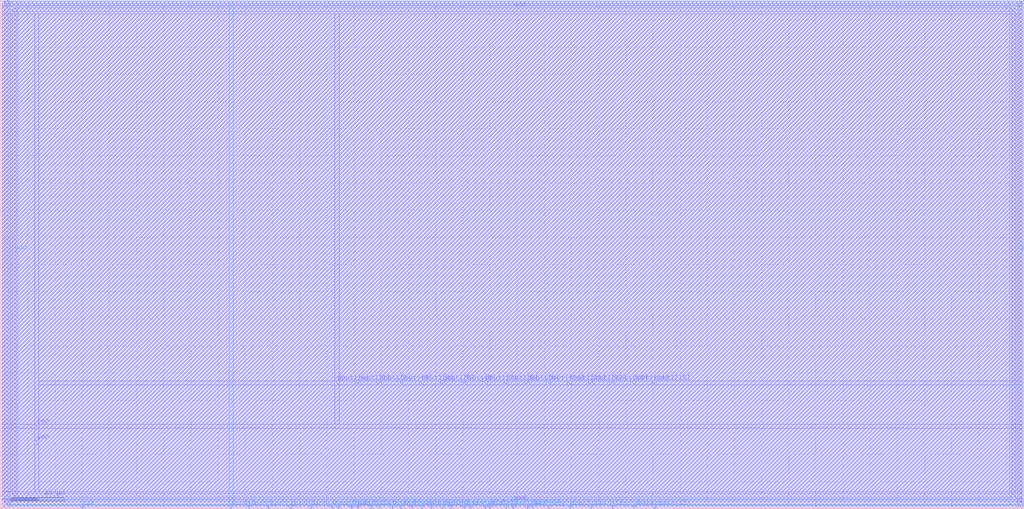
<source format=lef>
VERSION 5.4 ;
NAMESCASESENSITIVE ON ;
BUSBITCHARS "[]" ;
DIVIDERCHAR "/" ;
UNITS
  DATABASE MICRONS 2000 ;
END UNITS
MACRO sram_0rw2r1w_16_32_sky130A
   CLASS BLOCK ;
   SIZE 376.5 BY 187.5 ;
   SYMMETRY X Y R90 ;
   PIN din0[0]
      DIRECTION INPUT ;
      PORT
         LAYER met4 ;
         RECT  84.6 0.0 84.9 0.9 ;
      END
   END din0[0]
   PIN din0[1]
      DIRECTION INPUT ;
      PORT
         LAYER met4 ;
         RECT  91.2 0.0 91.5 0.9 ;
      END
   END din0[1]
   PIN din0[2]
      DIRECTION INPUT ;
      PORT
         LAYER met4 ;
         RECT  98.4 0.0 98.7 0.9 ;
      END
   END din0[2]
   PIN din0[3]
      DIRECTION INPUT ;
      PORT
         LAYER met4 ;
         RECT  106.8 0.0 107.1 0.9 ;
      END
   END din0[3]
   PIN din0[4]
      DIRECTION INPUT ;
      PORT
         LAYER met4 ;
         RECT  114.0 0.0 114.3 0.9 ;
      END
   END din0[4]
   PIN din0[5]
      DIRECTION INPUT ;
      PORT
         LAYER met4 ;
         RECT  121.8 0.0 122.1 0.9 ;
      END
   END din0[5]
   PIN din0[6]
      DIRECTION INPUT ;
      PORT
         LAYER met4 ;
         RECT  129.0 0.0 129.3 0.9 ;
      END
   END din0[6]
   PIN din0[7]
      DIRECTION INPUT ;
      PORT
         LAYER met4 ;
         RECT  136.2 0.0 136.5 0.9 ;
      END
   END din0[7]
   PIN din0[8]
      DIRECTION INPUT ;
      PORT
         LAYER met4 ;
         RECT  144.0 0.0 144.3 0.9 ;
      END
   END din0[8]
   PIN din0[9]
      DIRECTION INPUT ;
      PORT
         LAYER met4 ;
         RECT  151.2 0.0 151.5 0.9 ;
      END
   END din0[9]
   PIN din0[10]
      DIRECTION INPUT ;
      PORT
         LAYER met4 ;
         RECT  158.4 0.0 158.7 0.9 ;
      END
   END din0[10]
   PIN din0[11]
      DIRECTION INPUT ;
      PORT
         LAYER met4 ;
         RECT  165.6 0.0 165.9 0.9 ;
      END
   END din0[11]
   PIN din0[12]
      DIRECTION INPUT ;
      PORT
         LAYER met4 ;
         RECT  172.8 0.0 173.1 0.9 ;
      END
   END din0[12]
   PIN din0[13]
      DIRECTION INPUT ;
      PORT
         LAYER met4 ;
         RECT  180.0 0.0 180.3 0.9 ;
      END
   END din0[13]
   PIN din0[14]
      DIRECTION INPUT ;
      PORT
         LAYER met4 ;
         RECT  188.4 0.0 188.7 0.9 ;
      END
   END din0[14]
   PIN din0[15]
      DIRECTION INPUT ;
      PORT
         LAYER met4 ;
         RECT  195.6 0.0 195.9 0.9 ;
      END
   END din0[15]
   PIN addr[0]
      DIRECTION INPUT ;
      PORT
      END
   END addr[0]
   PIN addr[1]
      DIRECTION INPUT ;
      PORT
      END
   END addr[1]
   PIN addr[2]
      DIRECTION INPUT ;
      PORT
      END
   END addr[2]
   PIN addr[3]
      DIRECTION INPUT ;
      PORT
      END
   END addr[3]
   PIN addr[4]
      DIRECTION INPUT ;
      PORT
      END
   END addr[4]
   PIN addr[5]
      DIRECTION INPUT ;
      PORT
      END
   END addr[5]
   PIN addr[6]
      DIRECTION INPUT ;
      PORT
      END
   END addr[6]
   PIN csb
      DIRECTION INPUT ;
      PORT
         LAYER met3 ;
         RECT  13.175 30.19 13.475 30.49 ;
      END
   END csb
   PIN web
      DIRECTION INPUT ;
      PORT
         LAYER met3 ;
         RECT  13.175 24.27 13.475 24.57 ;
      END
   END web
   PIN clk
      DIRECTION INPUT ;
      PORT
         LAYER met4 ;
         RECT  30.0 0.0 30.3 0.9 ;
      END
   END clk
   PIN dout0[0]
      DIRECTION OUTPUT ;
      PORT
         LAYER met4 ;
         RECT  124.2 0.0 124.5 0.9 ;
      END
   END dout0[0]
   PIN dout1[0]
      DIRECTION OUTPUT ;
      PORT
         LAYER met3 ;
         RECT  123.6 46.25 123.9 46.55 ;
      END
   END dout1[0]
   PIN dout0[1]
      DIRECTION OUTPUT ;
      PORT
         LAYER met4 ;
         RECT  131.4 0.0 131.7 0.9 ;
      END
   END dout0[1]
   PIN dout1[1]
      DIRECTION OUTPUT ;
      PORT
         LAYER met3 ;
         RECT  131.38 46.25 131.68 46.55 ;
      END
   END dout1[1]
   PIN dout0[2]
      DIRECTION OUTPUT ;
      PORT
         LAYER met4 ;
         RECT  139.2 0.0 139.5 0.9 ;
      END
   END dout0[2]
   PIN dout1[2]
      DIRECTION OUTPUT ;
      PORT
         LAYER met3 ;
         RECT  139.16 46.25 139.46 46.55 ;
      END
   END dout1[2]
   PIN dout0[3]
      DIRECTION OUTPUT ;
      PORT
         LAYER met4 ;
         RECT  147.0 0.0 147.3 0.9 ;
      END
   END dout0[3]
   PIN dout1[3]
      DIRECTION OUTPUT ;
      PORT
         LAYER met3 ;
         RECT  146.94 46.25 147.24 46.55 ;
      END
   END dout1[3]
   PIN dout0[4]
      DIRECTION OUTPUT ;
      PORT
         LAYER met4 ;
         RECT  154.8 0.0 155.1 0.9 ;
      END
   END dout0[4]
   PIN dout1[4]
      DIRECTION OUTPUT ;
      PORT
         LAYER met3 ;
         RECT  154.72 46.25 155.02 46.55 ;
      END
   END dout1[4]
   PIN dout0[5]
      DIRECTION OUTPUT ;
      PORT
         LAYER met4 ;
         RECT  162.6 0.0 162.9 0.9 ;
      END
   END dout0[5]
   PIN dout1[5]
      DIRECTION OUTPUT ;
      PORT
         LAYER met3 ;
         RECT  162.5 46.25 162.8 46.55 ;
      END
   END dout1[5]
   PIN dout0[6]
      DIRECTION OUTPUT ;
      PORT
         LAYER met4 ;
         RECT  170.4 0.0 170.7 0.9 ;
      END
   END dout0[6]
   PIN dout1[6]
      DIRECTION OUTPUT ;
      PORT
         LAYER met3 ;
         RECT  170.28 46.25 170.58 46.55 ;
      END
   END dout1[6]
   PIN dout0[7]
      DIRECTION OUTPUT ;
      PORT
         LAYER met4 ;
         RECT  178.2 0.0 178.5 0.9 ;
      END
   END dout0[7]
   PIN dout1[7]
      DIRECTION OUTPUT ;
      PORT
         LAYER met3 ;
         RECT  178.06 46.25 178.36 46.55 ;
      END
   END dout1[7]
   PIN dout0[8]
      DIRECTION OUTPUT ;
      PORT
         LAYER met4 ;
         RECT  186.0 0.0 186.3 0.9 ;
      END
   END dout0[8]
   PIN dout1[8]
      DIRECTION OUTPUT ;
      PORT
         LAYER met3 ;
         RECT  185.84 46.25 186.14 46.55 ;
      END
   END dout1[8]
   PIN dout0[9]
      DIRECTION OUTPUT ;
      PORT
         LAYER met4 ;
         RECT  193.8 0.0 194.1 0.9 ;
      END
   END dout0[9]
   PIN dout1[9]
      DIRECTION OUTPUT ;
      PORT
         LAYER met3 ;
         RECT  193.62 46.25 193.92 46.55 ;
      END
   END dout1[9]
   PIN dout0[10]
      DIRECTION OUTPUT ;
      PORT
         LAYER met4 ;
         RECT  201.6 0.0 201.9 0.9 ;
      END
   END dout0[10]
   PIN dout1[10]
      DIRECTION OUTPUT ;
      PORT
         LAYER met3 ;
         RECT  201.4 46.25 201.7 46.55 ;
      END
   END dout1[10]
   PIN dout0[11]
      DIRECTION OUTPUT ;
      PORT
         LAYER met4 ;
         RECT  209.4 0.0 209.7 0.9 ;
      END
   END dout0[11]
   PIN dout1[11]
      DIRECTION OUTPUT ;
      PORT
         LAYER met3 ;
         RECT  209.18 46.25 209.48 46.55 ;
      END
   END dout1[11]
   PIN dout0[12]
      DIRECTION OUTPUT ;
      PORT
         LAYER met4 ;
         RECT  217.2 0.0 217.5 0.9 ;
      END
   END dout0[12]
   PIN dout1[12]
      DIRECTION OUTPUT ;
      PORT
         LAYER met3 ;
         RECT  216.96 46.25 217.26 46.55 ;
      END
   END dout1[12]
   PIN dout0[13]
      DIRECTION OUTPUT ;
      PORT
         LAYER met4 ;
         RECT  225.0 0.0 225.3 0.9 ;
      END
   END dout0[13]
   PIN dout1[13]
      DIRECTION OUTPUT ;
      PORT
         LAYER met3 ;
         RECT  224.74 46.25 225.04 46.55 ;
      END
   END dout1[13]
   PIN dout0[14]
      DIRECTION OUTPUT ;
      PORT
         LAYER met4 ;
         RECT  232.8 0.0 233.1 0.9 ;
      END
   END dout0[14]
   PIN dout1[14]
      DIRECTION OUTPUT ;
      PORT
         LAYER met3 ;
         RECT  232.52 46.25 232.82 46.55 ;
      END
   END dout1[14]
   PIN dout0[15]
      DIRECTION OUTPUT ;
      PORT
         LAYER met4 ;
         RECT  240.6 0.0 240.9 0.9 ;
      END
   END dout0[15]
   PIN dout1[15]
      DIRECTION OUTPUT ;
      PORT
         LAYER met3 ;
         RECT  240.3 46.25 240.6 46.55 ;
      END
   END dout1[15]
   PIN vdd
      DIRECTION INOUT ;
      USE POWER ; 
      SHAPE ABUTMENT ; 
      PORT
         LAYER met4 ;
         RECT  372.0 4.2 373.5 184.5 ;
         LAYER met3 ;
         RECT  4.2 4.2 373.5 5.7 ;
         LAYER met4 ;
         RECT  4.2 4.2 5.7 184.5 ;
         LAYER met3 ;
         RECT  4.2 183.0 373.5 184.5 ;
      END
   END vdd
   PIN gnd
      DIRECTION INOUT ;
      USE GROUND ; 
      SHAPE ABUTMENT ; 
      PORT
         LAYER met4 ;
         RECT  1.2 1.2 2.7 187.5 ;
         LAYER met4 ;
         RECT  375.0 1.2 376.5 187.5 ;
         LAYER met3 ;
         RECT  1.2 186.0 376.5 187.5 ;
         LAYER met3 ;
         RECT  1.2 1.2 376.5 2.7 ;
      END
   END gnd
   OBS
   LAYER  met1 ;
      RECT  0.6 0.6 375.9 186.9 ;
   LAYER  met2 ;
      RECT  0.6 0.6 375.9 186.9 ;
   LAYER  met3 ;
      RECT  0.6 29.59 12.575 31.09 ;
      RECT  14.075 29.59 375.9 31.09 ;
      RECT  12.575 25.17 14.075 29.59 ;
      RECT  14.075 31.09 123.0 45.65 ;
      RECT  14.075 45.65 123.0 47.15 ;
      RECT  123.0 31.09 124.5 45.65 ;
      RECT  124.5 31.09 375.9 45.65 ;
      RECT  124.5 45.65 130.78 47.15 ;
      RECT  132.28 45.65 138.56 47.15 ;
      RECT  140.06 45.65 146.34 47.15 ;
      RECT  147.84 45.65 154.12 47.15 ;
      RECT  155.62 45.65 161.9 47.15 ;
      RECT  163.4 45.65 169.68 47.15 ;
      RECT  171.18 45.65 177.46 47.15 ;
      RECT  178.96 45.65 185.24 47.15 ;
      RECT  186.74 45.65 193.02 47.15 ;
      RECT  194.52 45.65 200.8 47.15 ;
      RECT  202.3 45.65 208.58 47.15 ;
      RECT  210.08 45.65 216.36 47.15 ;
      RECT  217.86 45.65 224.14 47.15 ;
      RECT  225.64 45.65 231.92 47.15 ;
      RECT  233.42 45.65 239.7 47.15 ;
      RECT  241.2 45.65 375.9 47.15 ;
      RECT  0.6 3.6 3.6 6.3 ;
      RECT  0.6 6.3 3.6 29.59 ;
      RECT  3.6 6.3 12.575 29.59 ;
      RECT  14.075 6.3 374.1 29.59 ;
      RECT  374.1 3.6 375.9 6.3 ;
      RECT  374.1 6.3 375.9 29.59 ;
      RECT  12.575 6.3 14.075 23.67 ;
      RECT  0.6 31.09 3.6 182.4 ;
      RECT  0.6 182.4 3.6 185.1 ;
      RECT  3.6 31.09 12.575 182.4 ;
      RECT  12.575 31.09 14.075 182.4 ;
      RECT  14.075 47.15 123.0 182.4 ;
      RECT  123.0 47.15 124.5 182.4 ;
      RECT  124.5 47.15 374.1 182.4 ;
      RECT  374.1 47.15 375.9 182.4 ;
      RECT  374.1 182.4 375.9 185.1 ;
      RECT  0.6 185.1 3.6 185.4 ;
      RECT  3.6 185.1 12.575 185.4 ;
      RECT  12.575 185.1 14.075 185.4 ;
      RECT  14.075 185.1 123.0 185.4 ;
      RECT  123.0 185.1 124.5 185.4 ;
      RECT  124.5 185.1 374.1 185.4 ;
      RECT  374.1 185.1 375.9 185.4 ;
      RECT  0.6 3.3 3.6 3.6 ;
      RECT  3.6 3.3 12.575 3.6 ;
      RECT  14.075 3.3 374.1 3.6 ;
      RECT  374.1 3.3 375.9 3.6 ;
      RECT  12.575 3.3 14.075 3.6 ;
   LAYER  met4 ;
      RECT  84.0 1.5 85.5 186.9 ;
      RECT  85.5 0.6 90.6 1.5 ;
      RECT  92.1 0.6 97.8 1.5 ;
      RECT  99.3 0.6 106.2 1.5 ;
      RECT  107.7 0.6 113.4 1.5 ;
      RECT  114.9 0.6 121.2 1.5 ;
      RECT  30.9 0.6 84.0 1.5 ;
      RECT  122.7 0.6 123.6 1.5 ;
      RECT  125.1 0.6 128.4 1.5 ;
      RECT  129.9 0.6 130.8 1.5 ;
      RECT  132.3 0.6 135.6 1.5 ;
      RECT  137.1 0.6 138.6 1.5 ;
      RECT  140.1 0.6 143.4 1.5 ;
      RECT  144.9 0.6 146.4 1.5 ;
      RECT  147.9 0.6 150.6 1.5 ;
      RECT  152.1 0.6 154.2 1.5 ;
      RECT  155.7 0.6 157.8 1.5 ;
      RECT  159.3 0.6 162.0 1.5 ;
      RECT  163.5 0.6 165.0 1.5 ;
      RECT  166.5 0.6 169.8 1.5 ;
      RECT  171.3 0.6 172.2 1.5 ;
      RECT  173.7 0.6 177.6 1.5 ;
      RECT  179.1 0.6 179.4 1.5 ;
      RECT  180.9 0.6 185.4 1.5 ;
      RECT  186.9 0.6 187.8 1.5 ;
      RECT  189.3 0.6 193.2 1.5 ;
      RECT  194.7 0.6 195.0 1.5 ;
      RECT  196.5 0.6 201.0 1.5 ;
      RECT  202.5 0.6 208.8 1.5 ;
      RECT  210.3 0.6 216.6 1.5 ;
      RECT  218.1 0.6 224.4 1.5 ;
      RECT  225.9 0.6 232.2 1.5 ;
      RECT  233.7 0.6 240.0 1.5 ;
      RECT  85.5 1.5 371.4 3.6 ;
      RECT  85.5 3.6 371.4 185.1 ;
      RECT  85.5 185.1 371.4 186.9 ;
      RECT  371.4 1.5 374.1 3.6 ;
      RECT  371.4 185.1 374.1 186.9 ;
      RECT  3.6 1.5 6.3 3.6 ;
      RECT  3.6 185.1 6.3 186.9 ;
      RECT  6.3 1.5 84.0 3.6 ;
      RECT  6.3 3.6 84.0 185.1 ;
      RECT  6.3 185.1 84.0 186.9 ;
      RECT  3.3 0.6 29.4 1.5 ;
      RECT  3.3 1.5 3.6 3.6 ;
      RECT  3.3 3.6 3.6 185.1 ;
      RECT  3.3 185.1 3.6 186.9 ;
      RECT  241.5 0.6 374.4 1.5 ;
      RECT  374.1 1.5 374.4 3.6 ;
      RECT  374.1 3.6 374.4 185.1 ;
      RECT  374.1 185.1 374.4 186.9 ;
   END
END    sram_0rw2r1w_16_32_sky130A
END    LIBRARY

</source>
